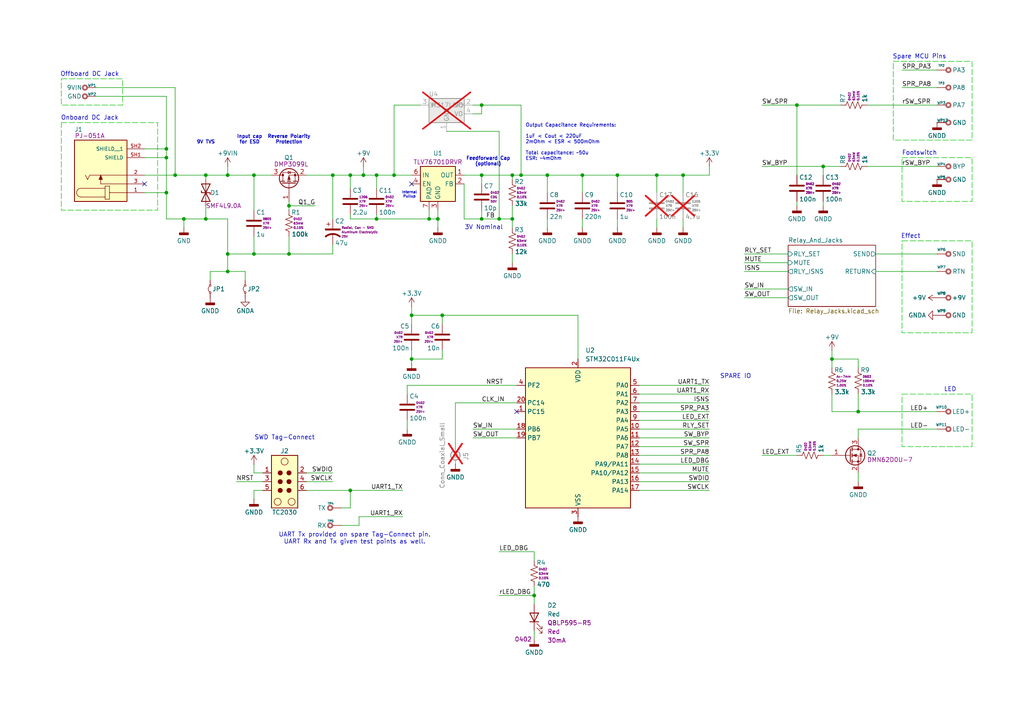
<source format=kicad_sch>
(kicad_sch (version 20250114) (generator "eeschema") (generator_version "9.0")
  (paper "A4")
  (rectangle (start 261.62 114.3) (end 281.94 129.54) (stroke (width 0) (type dash) (color 0 194 0 1)))
  (rectangle (start 17.78 22.86) (end 35.56 30.48) (stroke (width 0) (type dash) (color 0 194 0 1)))
  (rectangle (start 259.08 17.78) (end 281.94 40.64) (stroke (width 0) (type dash) (color 0 194 0 1)))
  (rectangle (start 261.62 69.85) (end 281.94 96.52) (stroke (width 0) (type dash) (color 0 194 0 1)))
  (rectangle (start 261.62 45.72) (end 281.94 58.42) (stroke (width 0) (type dash) (color 0 194 0 1)))
  (rectangle (start 17.78 35.56) (end 45.72 60.96) (stroke (width 0) (type dash) (color 0 194 0 1)))
  (text "Input cap\nfor ESD" (at 72.39 41.91 0) (effects (font (size 1 1) (thickness 0.2) (bold yes)) (justify bottom)))
  (text "SWD Tag-Connect" (at 82.55 127 0) (effects (font (size 1.27 1.27))))
  (text "Spare MCU Pins" (at 266.7 16.51 0) (effects (font (size 1.27 1.27))))
  (text "Effect" (at 264.16 68.58 0) (effects (font (size 1.27 1.27))))
  (text "9V TVS" (at 59.69 41.91 0) (effects (font (size 1 1) (thickness 0.2) (bold yes)) (justify bottom)))
  (text "Reverse Polarity\nProtection" (at 83.82 41.91 0) (effects (font (size 1 1) (thickness 0.2) (bold yes)) (justify bottom)))
  (text "3V Nominal" (at 140.335 66.04 0) (effects (font (size 1.27 1.27))))
  (text "Output Capacitance Requirements:\n\n1uF < Cout < 220uF\n2mOhm < ESR < 500mOhm\n\nTotal capacitance: ~50u\nESR: ~4mOhm" (at 152.4 41.275 0) (effects (font (size 1 1)) (justify left)))
  (text "LED" (at 275.59 113.03 0) (effects (font (size 1.27 1.27))))
  (text "Footswitch" (at 266.7 44.45 0) (effects (font (size 1.27 1.27))))
  (text "Feedforward Cap\n(optional)" (at 141.605 48.26 0) (effects (font (size 1 1) (thickness 0.2) (bold yes)) (justify bottom)))
  (text "SPARE IO" (at 213.36 109.22 0) (effects (font (size 1.27 1.27))))
  (text "Onboard DC Jack" (at 26.035 34.29 0) (effects (font (size 1.27 1.27))))
  (text "Internal\nPullup" (at 118.745 56.515 0) (effects (font (size 0.75 0.75))))
  (text "UART Tx provided on spare Tag-Connect pin.\nUART Rx and Tx given test points as well." (at 102.87 156.21 0) (effects (font (size 1.27 1.27))))
  (text "Offboard DC Jack" (at 26.035 21.59 0) (effects (font (size 1.27 1.27))))
  (junction (at 66.04 73.66))
  (junction (at 127 63.5))
  (junction (at 119.38 104.14))
  (junction (at 101.6 50.8))
  (junction (at 158.75 50.8))
  (junction (at 179.07 50.8))
  (junction (at 66.04 50.8))
  (junction (at 248.92 119.38))
  (junction (at 148.59 63.5))
  (junction (at 59.69 63.5))
  (junction (at 96.52 50.8))
  (junction (at 114.3 50.8))
  (junction (at 168.91 50.8))
  (junction (at 154.94 172.72))
  (junction (at 59.69 50.8))
  (junction (at 73.66 50.8))
  (junction (at 128.27 91.44))
  (junction (at 148.59 50.8))
  (junction (at 144.78 63.5))
  (junction (at 53.34 63.5))
  (junction (at 83.82 59.69))
  (junction (at 190.5 50.8))
  (junction (at 73.66 73.66))
  (junction (at 50.8 50.8))
  (junction (at 151.13 50.8))
  (junction (at 83.82 73.66))
  (junction (at 231.14 30.48))
  (junction (at 109.22 63.5))
  (junction (at 105.41 50.8))
  (junction (at 101.6 142.24))
  (junction (at 119.38 91.44))
  (junction (at 139.7 30.48))
  (junction (at 238.76 48.26))
  (junction (at 48.26 43.18))
  (junction (at 241.3 104.14))
  (junction (at 139.7 50.8))
  (junction (at 48.26 45.72))
  (junction (at 198.12 50.8))
  (junction (at 66.04 78.74))
  (junction (at 124.46 63.5))
  (junction (at 139.7 63.5))
  (junction (at 48.26 55.88))
  (junction (at 109.22 50.8))
  (no_connect (at 149.86 119.38))
  (no_connect (at 119.38 53.34))
  (no_connect (at 41.91 53.34))
  (wire (pts (xy 59.69 63.5) (xy 66.04 63.5)))
  (wire (pts (xy 105.41 50.8) (xy 109.22 50.8)))
  (wire (pts (xy 59.69 52.07) (xy 59.69 50.8)))
  (wire (pts (xy 254 78.74) (xy 271.78 78.74)))
  (wire (pts (xy 148.59 73.66) (xy 148.59 76.2)))
  (wire (pts (xy 139.7 50.8) (xy 139.7 53.34)))
  (wire (pts (xy 241.3 119.38) (xy 248.92 119.38)))
  (wire (pts (xy 48.26 63.5) (xy 53.34 63.5)))
  (wire (pts (xy 129.54 38.1) (xy 144.78 38.1)))
  (wire (pts (xy 139.7 50.8) (xy 148.59 50.8)))
  (wire (pts (xy 238.76 48.26) (xy 243.84 48.26)))
  (wire (pts (xy 128.27 104.14) (xy 119.38 104.14)))
  (wire (pts (xy 27.94 25.4) (xy 50.8 25.4)))
  (wire (pts (xy 185.42 121.92) (xy 205.74 121.92)))
  (wire (pts (xy 41.91 43.18) (xy 48.26 43.18)))
  (wire (pts (xy 73.66 50.8) (xy 78.74 50.8)))
  (wire (pts (xy 241.3 104.14) (xy 241.3 106.68)))
  (wire (pts (xy 101.6 147.32) (xy 101.6 142.24)))
  (wire (pts (xy 158.75 50.8) (xy 158.75 55.88)))
  (wire (pts (xy 261.62 20.32) (xy 271.78 20.32)))
  (wire (pts (xy 128.27 91.44) (xy 167.64 91.44)))
  (wire (pts (xy 66.04 73.66) (xy 73.66 73.66)))
  (wire (pts (xy 215.9 76.2) (xy 228.6 76.2)))
  (wire (pts (xy 48.26 63.5) (xy 48.26 55.88)))
  (wire (pts (xy 220.98 30.48) (xy 231.14 30.48)))
  (wire (pts (xy 41.91 50.8) (xy 50.8 50.8)))
  (wire (pts (xy 127 66.04) (xy 127 63.5)))
  (wire (pts (xy 231.14 30.48) (xy 243.84 30.48)))
  (wire (pts (xy 50.8 50.8) (xy 59.69 50.8)))
  (wire (pts (xy 154.94 182.88) (xy 154.94 185.42)))
  (wire (pts (xy 53.34 63.5) (xy 53.34 66.04)))
  (wire (pts (xy 109.22 62.23) (xy 109.22 63.5)))
  (wire (pts (xy 137.16 33.02) (xy 139.7 33.02)))
  (wire (pts (xy 168.91 55.88) (xy 168.91 50.8)))
  (wire (pts (xy 144.78 172.72) (xy 154.94 172.72)))
  (wire (pts (xy 118.11 111.76) (xy 149.86 111.76)))
  (wire (pts (xy 238.76 132.08) (xy 241.3 132.08)))
  (wire (pts (xy 151.13 50.8) (xy 158.75 50.8)))
  (wire (pts (xy 215.9 86.36) (xy 228.6 86.36)))
  (wire (pts (xy 198.12 63.5) (xy 198.12 66.04)))
  (wire (pts (xy 248.92 124.46) (xy 248.92 127)))
  (wire (pts (xy 248.92 124.46) (xy 271.78 124.46)))
  (wire (pts (xy 190.5 63.5) (xy 190.5 66.04)))
  (wire (pts (xy 119.38 91.44) (xy 128.27 91.44)))
  (wire (pts (xy 60.96 78.74) (xy 66.04 78.74)))
  (wire (pts (xy 41.91 45.72) (xy 48.26 45.72)))
  (wire (pts (xy 179.07 50.8) (xy 190.5 50.8)))
  (wire (pts (xy 220.98 132.08) (xy 231.14 132.08)))
  (wire (pts (xy 241.3 101.6) (xy 241.3 104.14)))
  (wire (pts (xy 73.66 60.96) (xy 73.66 50.8)))
  (wire (pts (xy 248.92 106.68) (xy 248.92 104.14)))
  (wire (pts (xy 60.96 81.28) (xy 60.96 78.74)))
  (wire (pts (xy 168.91 63.5) (xy 168.91 66.04)))
  (wire (pts (xy 185.42 132.08) (xy 205.74 132.08)))
  (wire (pts (xy 248.92 119.38) (xy 271.78 119.38)))
  (wire (pts (xy 215.9 73.66) (xy 228.6 73.66)))
  (wire (pts (xy 59.69 59.69) (xy 59.69 63.5)))
  (wire (pts (xy 215.9 83.82) (xy 228.6 83.82)))
  (wire (pts (xy 215.9 78.74) (xy 228.6 78.74)))
  (wire (pts (xy 48.26 43.18) (xy 48.26 45.72)))
  (wire (pts (xy 104.14 152.4) (xy 99.06 152.4)))
  (wire (pts (xy 185.42 124.46) (xy 205.74 124.46)))
  (wire (pts (xy 248.92 114.3) (xy 248.92 119.38)))
  (wire (pts (xy 148.59 63.5) (xy 148.59 66.04)))
  (wire (pts (xy 248.92 104.14) (xy 241.3 104.14)))
  (wire (pts (xy 185.42 134.62) (xy 205.74 134.62)))
  (wire (pts (xy 185.42 142.24) (xy 205.74 142.24)))
  (wire (pts (xy 154.94 172.72) (xy 154.94 170.18)))
  (wire (pts (xy 88.9 50.8) (xy 96.52 50.8)))
  (wire (pts (xy 119.38 104.14) (xy 119.38 105.41)))
  (wire (pts (xy 118.11 121.92) (xy 118.11 124.46)))
  (wire (pts (xy 66.04 63.5) (xy 66.04 73.66)))
  (wire (pts (xy 185.42 127) (xy 205.74 127)))
  (wire (pts (xy 185.42 139.7) (xy 205.74 139.7)))
  (wire (pts (xy 101.6 63.5) (xy 109.22 63.5)))
  (wire (pts (xy 83.82 58.42) (xy 83.82 59.69)))
  (wire (pts (xy 134.62 63.5) (xy 139.7 63.5)))
  (wire (pts (xy 121.92 30.48) (xy 114.3 30.48)))
  (wire (pts (xy 179.07 50.8) (xy 168.91 50.8)))
  (wire (pts (xy 109.22 50.8) (xy 109.22 54.61)))
  (wire (pts (xy 128.27 101.6) (xy 128.27 104.14)))
  (wire (pts (xy 167.64 91.44) (xy 167.64 104.14)))
  (wire (pts (xy 137.16 124.46) (xy 149.86 124.46)))
  (wire (pts (xy 205.74 50.8) (xy 205.74 48.26)))
  (wire (pts (xy 185.42 114.3) (xy 205.74 114.3)))
  (wire (pts (xy 105.41 48.26) (xy 105.41 50.8)))
  (wire (pts (xy 73.66 134.62) (xy 73.66 137.16)))
  (wire (pts (xy 101.6 50.8) (xy 101.6 54.61)))
  (wire (pts (xy 144.78 63.5) (xy 148.59 63.5)))
  (wire (pts (xy 179.07 55.88) (xy 179.07 50.8)))
  (wire (pts (xy 134.62 50.8) (xy 139.7 50.8)))
  (wire (pts (xy 185.42 111.76) (xy 205.74 111.76)))
  (wire (pts (xy 96.52 71.12) (xy 96.52 73.66)))
  (wire (pts (xy 73.66 144.78) (xy 73.66 142.24)))
  (wire (pts (xy 137.16 30.48) (xy 139.7 30.48)))
  (wire (pts (xy 73.66 68.58) (xy 73.66 73.66)))
  (wire (pts (xy 185.42 116.84) (xy 205.74 116.84)))
  (wire (pts (xy 238.76 50.8) (xy 238.76 48.26)))
  (wire (pts (xy 66.04 78.74) (xy 71.12 78.74)))
  (wire (pts (xy 144.78 160.02) (xy 154.94 160.02)))
  (wire (pts (xy 190.5 50.8) (xy 198.12 50.8)))
  (wire (pts (xy 88.9 137.16) (xy 96.52 137.16)))
  (wire (pts (xy 124.46 60.96) (xy 124.46 63.5)))
  (wire (pts (xy 132.08 129.54) (xy 132.08 116.84)))
  (wire (pts (xy 154.94 160.02) (xy 154.94 162.56)))
  (wire (pts (xy 101.6 142.24) (xy 116.84 142.24)))
  (wire (pts (xy 251.46 48.26) (xy 271.78 48.26)))
  (wire (pts (xy 48.26 45.72) (xy 48.26 55.88)))
  (wire (pts (xy 119.38 101.6) (xy 119.38 104.14)))
  (wire (pts (xy 139.7 33.02) (xy 139.7 30.48)))
  (wire (pts (xy 198.12 50.8) (xy 205.74 50.8)))
  (wire (pts (xy 116.84 149.86) (xy 104.14 149.86)))
  (wire (pts (xy 119.38 88.9) (xy 119.38 91.44)))
  (wire (pts (xy 251.46 30.48) (xy 271.78 30.48)))
  (wire (pts (xy 124.46 63.5) (xy 127 63.5)))
  (wire (pts (xy 154.94 172.72) (xy 154.94 175.26)))
  (wire (pts (xy 88.9 139.7) (xy 96.52 139.7)))
  (wire (pts (xy 185.42 137.16) (xy 205.74 137.16)))
  (wire (pts (xy 127 60.96) (xy 127 63.5)))
  (wire (pts (xy 254 73.66) (xy 271.78 73.66)))
  (wire (pts (xy 83.82 73.66) (xy 96.52 73.66)))
  (wire (pts (xy 101.6 50.8) (xy 105.41 50.8)))
  (wire (pts (xy 96.52 50.8) (xy 101.6 50.8)))
  (wire (pts (xy 27.94 27.94) (xy 48.26 27.94)))
  (wire (pts (xy 190.5 50.8) (xy 190.5 55.88)))
  (wire (pts (xy 137.16 127) (xy 149.86 127)))
  (wire (pts (xy 41.91 55.88) (xy 48.26 55.88)))
  (wire (pts (xy 83.82 59.69) (xy 83.82 60.96)))
  (wire (pts (xy 158.75 63.5) (xy 158.75 66.04)))
  (wire (pts (xy 241.3 114.3) (xy 241.3 119.38)))
  (wire (pts (xy 114.3 50.8) (xy 119.38 50.8)))
  (wire (pts (xy 96.52 50.8) (xy 96.52 63.5)))
  (wire (pts (xy 66.04 48.26) (xy 66.04 50.8)))
  (wire (pts (xy 185.42 129.54) (xy 205.74 129.54)))
  (wire (pts (xy 66.04 73.66) (xy 66.04 78.74)))
  (wire (pts (xy 148.59 50.8) (xy 148.59 52.07)))
  (wire (pts (xy 104.14 149.86) (xy 104.14 152.4)))
  (wire (pts (xy 128.27 91.44) (xy 128.27 93.98)))
  (wire (pts (xy 231.14 58.42) (xy 231.14 59.69)))
  (wire (pts (xy 71.12 78.74) (xy 71.12 81.28)))
  (wire (pts (xy 73.66 137.16) (xy 76.2 137.16)))
  (wire (pts (xy 68.58 139.7) (xy 76.2 139.7)))
  (wire (pts (xy 248.92 137.16) (xy 248.92 139.7)))
  (wire (pts (xy 59.69 50.8) (xy 66.04 50.8)))
  (wire (pts (xy 99.06 147.32) (xy 101.6 147.32)))
  (wire (pts (xy 134.62 53.34) (xy 134.62 63.5)))
  (wire (pts (xy 50.8 25.4) (xy 50.8 50.8)))
  (wire (pts (xy 73.66 142.24) (xy 76.2 142.24)))
  (wire (pts (xy 144.78 38.1) (xy 144.78 63.5)))
  (wire (pts (xy 238.76 58.42) (xy 238.76 59.69)))
  (wire (pts (xy 198.12 50.8) (xy 198.12 55.88)))
  (wire (pts (xy 151.13 30.48) (xy 151.13 50.8)))
  (wire (pts (xy 88.9 142.24) (xy 101.6 142.24)))
  (wire (pts (xy 158.75 50.8) (xy 168.91 50.8)))
  (wire (pts (xy 148.59 59.69) (xy 148.59 63.5)))
  (wire (pts (xy 148.59 50.8) (xy 151.13 50.8)))
  (wire (pts (xy 66.04 50.8) (xy 73.66 50.8)))
  (wire (pts (xy 101.6 62.23) (xy 101.6 63.5)))
  (wire (pts (xy 261.62 25.4) (xy 271.78 25.4)))
  (wire (pts (xy 179.07 63.5) (xy 179.07 66.04)))
  (wire (pts (xy 185.42 119.38) (xy 205.74 119.38)))
  (wire (pts (xy 118.11 114.3) (xy 118.11 111.76)))
  (wire (pts (xy 109.22 50.8) (xy 114.3 50.8)))
  (wire (pts (xy 220.98 48.26) (xy 238.76 48.26)))
  (wire (pts (xy 53.34 63.5) (xy 59.69 63.5)))
  (wire (pts (xy 139.7 30.48) (xy 151.13 30.48)))
  (wire (pts (xy 48.26 27.94) (xy 48.26 43.18)))
  (wire (pts (xy 139.7 63.5) (xy 144.78 63.5)))
  (wire (pts (xy 132.08 116.84) (xy 149.86 116.84)))
  (wire (pts (xy 231.14 30.48) (xy 231.14 50.8)))
  (wire (pts (xy 83.82 59.69) (xy 91.44 59.69)))
  (wire (pts (xy 83.82 68.58) (xy 83.82 73.66)))
  (wire (pts (xy 73.66 73.66) (xy 83.82 73.66)))
  (wire (pts (xy 109.22 63.5) (xy 124.46 63.5)))
  (wire (pts (xy 139.7 60.96) (xy 139.7 63.5)))
  (wire (pts (xy 114.3 30.48) (xy 114.3 50.8)))
  (wire (pts (xy 119.38 93.98) (xy 119.38 91.44)))
  (label "SWCLK" (at 205.74 142.24 180))
  (label "SWCLK" (at 96.52 139.7 180))
  (label "Q1_G" (at 91.44 59.69 180))
  (label "MUTE" (at 215.9 76.2 0))
  (label "UART1_TX" (at 116.84 142.24 180))
  (label "LED_DBG" (at 144.78 160.02 0))
  (label "LED_EXT" (at 205.74 121.92 180))
  (label "RLY_SET" (at 205.74 124.46 180))
  (label "SW_SPR" (at 220.98 30.48 0))
  (label "SWDIO" (at 96.52 137.16 180))
  (label "CLK_IN" (at 139.7 116.84 0))
  (label "SW_SPR" (at 205.74 129.54 180))
  (label "LED_EXT" (at 220.98 132.08 0))
  (label "SW_OUT" (at 137.16 127 0))
  (label "SW_BYP" (at 220.98 48.26 0))
  (label "SW_BYP" (at 205.74 127 180))
  (label "UART1_RX" (at 116.84 149.86 180))
  (label "NRST" (at 140.97 111.76 0))
  (label "SPR_PA8" (at 205.74 132.08 180))
  (label "UART1_TX" (at 205.74 111.76 180))
  (label "SPR_PA8" (at 261.62 25.4 0))
  (label "LED-" (at 269.24 124.46 180))
  (label "rSW_SPR" (at 261.62 30.48 0))
  (label "SW_IN" (at 137.16 124.46 0))
  (label "ISNS" (at 205.74 116.84 180))
  (label "rLED_DBG" (at 144.78 172.72 0))
  (label "SWDIO" (at 205.74 139.7 180))
  (label "SW_IN" (at 215.9 83.82 0))
  (label "FB" (at 140.97 63.5 0))
  (label "RLY_SET" (at 215.9 73.66 0))
  (label "LED_DBG" (at 205.74 134.62 180))
  (label "NRST" (at 68.58 139.7 0))
  (label "SPR_PA3" (at 261.62 20.32 0))
  (label "rSW_BYP" (at 261.62 48.26 0))
  (label "SPR_PA3" (at 205.74 119.38 180))
  (label "ISNS" (at 215.9 78.74 0))
  (label "UART1_RX" (at 205.74 114.3 180))
  (label "MUTE" (at 205.74 137.16 180))
  (label "SW_OUT" (at 215.9 86.36 0))
  (label "LED+" (at 269.24 119.38 180))
  (symbol (lib_id "#gplm:art/ART-1001-0P95") (at 271.78 48.26 270) (unit 1) (in_bom no)
    (property "Reference" "WP4" (at 271.78 47.625 90) (effects (font (size 0.762 0.762)) (justify left)))
    (property "Value" "BYP" (at 276.225 48.26 90) (effects (justify left)))
    (property "Footprint" "g-art:WirePad_H0.95mm_22-24AWG" (effects (hide yes)))
    (property "Description" "Wire pad, TH, 0.95mm hole, for 22-24AWG" (effects (hide yes)))
    (property "IPN" "ART-1001-0P95" (effects (hide yes)))
  )
  (symbol (lib_id "#gplm:fet/XTR-1003-0001") (at 246.38 132.08 0) (unit 1)
    (property "Reference" "Q2" (at 251.46 131.445 0) (effects (justify left)))
    (property "Value" "DMN62D0U-7" (effects (hide yes)))
    (property "Footprint" "Package_TO_SOT_SMD:SOT-23" (effects (hide yes)))
    (property "Datasheet" "https://www.diodes.com/assets/Datasheets/DMN62D0U.pdf" (effects (hide yes)))
    (property "Description" "MOSFET N-CH 60V/±20V 0.38A 2Ω 1.0Vth 0.5nC 32pF SOT-23" (effects (hide yes)))
    (property "IPN" "XTR-1003-0001" (effects (hide yes)))
    (property "Manufacturer" "Diodes" (effects (hide yes)))
    (property "MPN" "DMN62D0U-7" (at 251.46 133.35 0) (effects (justify left)))
  )
  (symbol (lib_id "#gplm:cap/CAP-4105-001U") (at 73.66 64.77 0) (unit 1)
    (property "Reference" "C1" (at 74.295 61.595 0) (effects (justify left)))
    (property "Value" "1u" (at 74.295 67.945 0) (effects (justify left)))
    (property "Footprint" "Capacitor_SMD:C_0805_2012Metric" (effects (hide yes)))
    (property "Datasheet" "https://content.kemet.com/datasheets/KEM_C1002_X7R_SMD.pdf" (effects (hide yes)))
    (property "Description" "CAP SMD 1uF 0805 25V+ X7R" (effects (hide yes)))
    (property "IPN" "CAP-4105-001U" (effects (hide yes)))
    (property "Manufacturer" "Kemet" (effects (hide yes)))
    (property "MPN" "C0805C105K3RACTU" (effects (hide yes)))
    (property "Capacitance" "1u" (effects (hide yes)))
    (property "Voltage" "25V+" (at 76.2 66.04 0) (effects (font (size 0.635 0.635)) (justify left)))
    (property "Material" "X7R" (at 76.2 64.77 0) (effects (font (size 0.635 0.635)) (justify left)))
    (property "Tolerance" "10%" (effects (hide yes)))
    (property "Package/Case" "0805" (at 76.2 63.5 0) (effects (font (size 0.635 0.635)) (justify left)))
  )
  (symbol (lib_id "#gplm:art/ART-1001-0P95") (at 271.78 119.38 270) (mirror x) (unit 1) (in_bom no)
    (property "Reference" "WP10" (at 273.05 118.11 90) (effects (font (size 0.762 0.762))))
    (property "Value" "LED+" (at 278.765 119.38 90))
    (property "Footprint" "g-art:WirePad_H0.95mm_22-24AWG" (effects (hide yes)))
    (property "Description" "Wire pad, TH, 0.95mm hole, for 22-24AWG" (effects (hide yes)))
    (property "IPN" "ART-1001-0P95" (effects (hide yes)))
  )
  (symbol (lib_id "#gplm:res/RES-2002-470R") (at 154.94 166.37 0) (unit 1)
    (property "Reference" "R4" (at 155.575 163.195 0) (effects (justify left)))
    (property "Value" "470" (at 155.575 169.545 0) (effects (font (thickness 0.254) (bold yes)) (justify left)))
    (property "Footprint" "Resistor_SMD:R_0402_1005Metric" (effects (hide yes)))
    (property "Datasheet" "https://www.yageo.com/upload/media/product/app/datasheet/rchip/pyu-rt_1-to-0.01_rohs_l.pdf" (effects (hide yes)))
    (property "Description" "RES SMD 0402 470 OHM 63mW Thin Film" (effects (hide yes)))
    (property "IPN" "RES-2002-470R" (effects (hide yes)))
    (property "Manufacturer" "Yageo" (effects (hide yes)))
    (property "MPN" "RT0402BRD07470RL" (effects (hide yes)))
    (property "Resistance" "470" (effects (hide yes)))
    (property "Power" "63mW" (at 156.21 166.37 0) (effects (font (size 0.635 0.635)) (justify left)))
    (property "Tolerance" "0.10%" (at 156.21 167.64 0) (effects (font (size 0.635 0.635)) (justify left)))
    (property "Package/Case" "0402" (at 156.21 165.1 0) (effects (font (size 0.635 0.635)) (justify left)))
    (property "Voltage" "50V" (effects (hide yes)))
    (property "Composition" "Thin Film" (effects (hide yes)))
    (property "Temp Coefficient" "25ppm" (effects (hide yes)))
    (property "Height" "0.35mm" (effects (hide yes)))
  )
  (symbol (lib_id "power:+9V") (at 66.04 48.26 0) (unit 1)
    (property "Reference" "#PWR02" (effects (hide yes)))
    (property "Value" "+9VIN" (at 66.04 44.45 0))
    (property "Description" "Power symbol creates a global label with name \"+9V\"" (effects (hide yes)))
  )
  (symbol (lib_id "#gplm:art/ART-1000-2001") (at 71.12 83.82 90) (unit 1)
    (property "Reference" "JP2" (at 71.755 83.82 90) (effects (justify right)))
    (property "Value" "Jumper_2_Small_Bridged" (effects (hide yes)))
    (property "Footprint" "Jumper:SolderJumper-2_P1.3mm_Bridged2Bar_Pad1.0x1.5mm" (effects (hide yes)))
    (property "Description" "Jumper, Mini 1x1.5mm, 2 pin – Bridged 2 Bar" (effects (hide yes)))
    (property "IPN" "ART-1000-2001" (effects (hide yes)))
  )
  (symbol (lib_id "#gplm:cap/CAP-4103-010N") (at 128.27 97.79 0) (mirror y) (unit 1)
    (property "Reference" "C6" (at 127.635 94.615 0) (effects (justify left)))
    (property "Value" "10n" (at 127.635 100.965 0) (effects (justify left)))
    (property "Footprint" "Capacitor_SMD:C_0402_1005Metric" (effects (hide yes)))
    (property "Datasheet" "https://content.kemet.com/datasheets/KEM_C1002_X7R_SMD.pdf" (effects (hide yes)))
    (property "Description" "CAP SMD 10nF 0402 25V+ X7R" (effects (hide yes)))
    (property "Package/Case" "0402" (at 125.73 96.52 0) (effects (font (size 0.635 0.635)) (justify left)))
    (property "Voltage" "25V+" (at 125.73 99.06 0) (effects (font (size 0.635 0.635)) (justify left)))
    (property "Material" "X7R" (at 125.73 97.79 0) (effects (font (size 0.635 0.635)) (justify left)))
    (property "IPN" "CAP-4103-010N" (effects (hide yes)))
    (property "Manufacturer" "Kemet" (effects (hide yes)))
    (property "MPN" "C0402C103K3RACTU" (effects (hide yes)))
    (property "Capacitance" "10n" (effects (hide yes)))
    (property "Tolerance" "10%" (effects (hide yes)))
  )
  (symbol (lib_name "cap/CAP-4105-001U_1") (lib_id "#gplm:cap/CAP-4105-001U") (at 179.07 59.69 0) (unit 1)
    (property "Reference" "C10" (at 179.705 56.515 0) (effects (justify left)))
    (property "Value" "1u" (at 179.705 62.865 0) (effects (justify left)))
    (property "Footprint" "Capacitor_SMD:C_0805_2012Metric" (effects (hide yes)))
    (property "Datasheet" "https://content.kemet.com/datasheets/KEM_C1002_X7R_SMD.pdf" (effects (hide yes)))
    (property "Description" "CAP SMD 1uF 0805 25V+ X7R" (effects (hide yes)))
    (property "Package/Case" "805" (at 181.61 58.42 0) (effects (font (size 0.635 0.635)) (justify left)))
    (property "Voltage" "25V+" (at 181.61 60.96 0) (effects (font (size 0.635 0.635)) (justify left)))
    (property "Material" "X7R" (at 181.61 59.69 0) (effects (font (size 0.635 0.635)) (justify left)))
    (property "IPN" "CAP-4105-001U" (effects (hide yes)))
    (property "Manufacturer" "Kemet" (effects (hide yes)))
    (property "MPN" "C0805C105K3RACTU" (effects (hide yes)))
    (property "Capacitance" "1u" (effects (hide yes)))
    (property "Tolerance" "10%" (effects (hide yes)))
  )
  (symbol (lib_id "#gplm:res/RES-2002-012K") (at 148.59 69.85 0) (unit 1)
    (property "Reference" "R3" (at 149.225 66.675 0) (effects (justify left)))
    (property "Value" "12k" (at 149.225 73.025 0) (effects (font (thickness 0.254) (bold yes)) (justify left)))
    (property "Footprint" "Resistor_SMD:R_0402_1005Metric" (effects (hide yes)))
    (property "Datasheet" "https://www.yageo.com/upload/media/product/app/datasheet/rchip/pyu-rt_1-to-0.01_rohs_l.pdf" (effects (hide yes)))
    (property "Description" "RES SMD 0402 12 KOHM 63mW Thin Film" (effects (hide yes)))
    (property "Power" "63mW" (at 149.86 69.85 0) (effects (font (size 0.635 0.635)) (justify left)))
    (property "Tolerance" "0.10%" (at 149.86 71.12 0) (effects (font (size 0.635 0.635)) (justify left)))
    (property "Package/Case" "0402" (at 149.86 68.58 0) (effects (font (size 0.635 0.635)) (justify left)))
    (property "IPN" "RES-2002-012K" (effects (hide yes)))
    (property "Manufacturer" "Yageo" (effects (hide yes)))
    (property "MPN" "RT0402BRD0712KL" (effects (hide yes)))
    (property "Resistance" "12k" (effects (hide yes)))
    (property "Voltage" "50V" (effects (hide yes)))
    (property "Composition" "Thin Film" (effects (hide yes)))
    (property "Temp Coefficient" "25ppm" (effects (hide yes)))
    (property "Height" "0.35mm" (effects (hide yes)))
  )
  (symbol (lib_id "#gplm:art/ART-0000-N102") (at 99.06 147.32 90) (unit 1) (exclude_from_sim yes) (in_bom no)
    (property "Reference" "TP4" (at 95.885 146.05 90) (effects (font (size 0.635 0.635))))
    (property "Value" "TX" (at 93.345 147.32 90))
    (property "Footprint" "g-art:TestPoint_PTH_H1.02mm_NoOutline" (effects (hide yes)))
    (property "Description" "PTH Test Point, 1.02mm hole, without silkscreen" (effects (hide yes)))
    (property "IPN" "ART-0000-N102" (effects (hide yes)))
    (property "Comments" "For probing or test point installation, e.g. 4614, 4582, 3450" (effects (hide yes)))
  )
  (symbol (lib_id "power:GNDD") (at 60.96 86.36 0) (unit 1)
    (property "Reference" "#PWR03" (effects (hide yes)))
    (property "Value" "GNDD" (at 60.96 90.17 0))
    (property "Description" "Power symbol creates a global label with name \"GNDD\" , digital ground" (effects (hide yes)))
  )
  (symbol (lib_id "power:+9V") (at 73.66 134.62 0) (unit 1)
    (property "Reference" "#PWR06" (effects (hide yes)))
    (property "Value" "+3.3V" (at 73.66 130.81 0))
    (property "Description" "Power symbol creates a global label with name \"+9V\"" (effects (hide yes)))
  )
  (symbol (lib_id "power:GNDD") (at 148.59 76.2 0) (unit 1)
    (property "Reference" "#PWR012" (effects (hide yes)))
    (property "Value" "GNDD" (at 148.59 80.01 0))
    (property "Description" "Power symbol creates a global label with name \"GNDD\" , digital ground" (effects (hide yes)))
  )
  (symbol (lib_id "power:GNDD") (at 132.08 134.62 0) (unit 1)
    (property "Reference" "#PWR038" (effects (hide yes)))
    (property "Value" "GNDD" (at 132.08 138.43 0))
    (property "Description" "Power symbol creates a global label with name \"GNDD\" , digital ground" (effects (hide yes)))
  )
  (symbol (lib_id "power:+9V") (at 105.41 48.26 0) (unit 1)
    (property "Reference" "#PWR05" (effects (hide yes)))
    (property "Value" "+9V" (at 105.41 44.45 0))
    (property "Description" "Power symbol creates a global label with name \"+9V\"" (effects (hide yes)))
  )
  (symbol (lib_id "power:GNDD") (at 158.75 66.04 0) (unit 1)
    (property "Reference" "#PWR014" (effects (hide yes)))
    (property "Value" "GNDD" (at 158.75 69.85 0))
    (property "Description" "Power symbol creates a global label with name \"GNDD\" , digital ground" (effects (hide yes)))
  )
  (symbol (lib_id "power:GNDD") (at 154.94 185.42 0) (unit 1)
    (property "Reference" "#PWR013" (effects (hide yes)))
    (property "Value" "GNDD" (at 154.94 189.23 0))
    (property "Description" "Power symbol creates a global label with name \"GNDD\" , digital ground" (effects (hide yes)))
  )
  (symbol (lib_id "#gplm:res/RES-2002-001K") (at 234.95 132.08 90) (unit 1)
    (property "Reference" "R5" (at 231.775 131.445 0) (effects (justify left)))
    (property "Value" "1k" (at 238.125 131.445 0) (effects (font (thickness 0.254) (bold yes)) (justify left)))
    (property "Footprint" "Resistor_SMD:R_0402_1005Metric" (effects (hide yes)))
    (property "Datasheet" "https://www.yageo.com/upload/media/product/app/datasheet/rchip/pyu-rt_1-to-0.01_rohs_l.pdf" (effects (hide yes)))
    (property "Description" "RES SMD 0402 1 KOHM 63mW Thin Film" (effects (hide yes)))
    (property "IPN" "RES-2002-001K" (effects (hide yes)))
    (property "Manufacturer" "Yageo" (effects (hide yes)))
    (property "MPN" "RT0402BRD071KL" (effects (hide yes)))
    (property "Resistance" "1k" (effects (hide yes)))
    (property "Power" "63mW" (at 234.95 130.81 0) (effects (font (size 0.635 0.635)) (justify left)))
    (property "Tolerance" "0.10%" (at 236.22 130.81 0) (effects (font (size 0.635 0.635)) (justify left)))
    (property "Package/Case" "0402" (at 233.68 130.81 0) (effects (font (size 0.635 0.635)) (justify left)))
    (property "Voltage" "50V" (effects (hide yes)))
    (property "Composition" "Thin Film" (effects (hide yes)))
    (property "Temp Coefficient" "25ppm" (effects (hide yes)))
    (property "Height" "0.35mm" (effects (hide yes)))
  )
  (symbol (lib_id "power:GNDD") (at 53.34 66.04 0) (unit 1)
    (property "Reference" "#PWR01" (effects (hide yes)))
    (property "Value" "GND" (at 53.34 69.85 0))
    (property "Description" "Power symbol creates a global label with name \"GNDD\" , digital ground" (effects (hide yes)))
  )
  (symbol (lib_id "#gplm:cap/CAP-4103-100N") (at 238.76 54.61 0) (unit 1)
    (property "Reference" "C13" (at 239.395 51.435 0) (effects (justify left)))
    (property "Value" "100n" (at 239.395 57.785 0) (effects (justify left)))
    (property "Footprint" "Capacitor_SMD:C_0402_1005Metric" (effects (hide yes)))
    (property "Datasheet" "https://content.kemet.com/datasheets/KEM_C1002_X7R_SMD.pdf" (effects (hide yes)))
    (property "Description" "CAP SMD 100nF 0402 25V+ X7R" (effects (hide yes)))
    (property "IPN" "CAP-4103-100N" (effects (hide yes)))
    (property "Manufacturer" "Kemet" (effects (hide yes)))
    (property "MPN" "C0402C104K3RACTU" (effects (hide yes)))
    (property "Capacitance" "100n" (effects (hide yes)))
    (property "Voltage" "25V+" (at 241.3 55.88 0) (effects (font (size 0.635 0.635)) (justify left)))
    (property "Material" "X7R" (at 241.3 54.61 0) (effects (font (size 0.635 0.635)) (justify left)))
    (property "Tolerance" "10%" (effects (hide yes)))
    (property "Package/Case" "0402" (at 241.3 53.34 0) (effects (font (size 0.635 0.635)) (justify left)))
  )
  (symbol (lib_id "#gplm:art/ART-1001-0P95") (at 271.78 30.48 270) (unit 1) (in_bom no)
    (property "Reference" "WP3" (at 271.78 29.845 90) (effects (font (size 0.762 0.762)) (justify left)))
    (property "Value" "PA7" (at 276.225 30.48 90) (effects (justify left)))
    (property "Footprint" "g-art:WirePad_H0.95mm_22-24AWG" (effects (hide yes)))
    (property "Description" "Wire pad, TH, 0.95mm hole, for 22-24AWG" (effects (hide yes)))
    (property "IPN" "ART-1001-0P95" (effects (hide yes)))
  )
  (symbol (lib_id "#gplm:art/ART-0000-N102") (at 271.78 20.32 270) (mirror x) (unit 1) (in_bom no)
    (property "Reference" "TP2" (at 273.05 19.05 90) (effects (font (size 0.635 0.635))))
    (property "Value" "PA3" (at 278.13 20.32 90))
    (property "Footprint" "g-art:TestPoint_PTH_H1.02mm_NoOutline" (effects (hide yes)))
    (property "Description" "PTH Test Point, 1.02mm hole, without silkscreen" (effects (hide yes)))
    (property "IPN" "ART-0000-N102" (effects (hide yes)))
    (property "Comments" "For probing or test point installation, e.g. 4614, 4582, 3450" (effects (hide yes)))
  )
  (symbol (lib_id "#gplm:tvs/TVS-1001-09B0") (at 59.69 55.88 270) (unit 1)
    (property "Reference" "D1" (at 60.96 55.88 90) (effects (justify left)))
    (property "Value" "SMF4L9.0A" (effects (hide yes)))
    (property "Footprint" "Diode_SMD:D_SOD-123F" (effects (hide yes)))
    (property "Datasheet" "https://www.littelfuse.com/assetdocs/tvs-diodes-smf4l-datasheet?assetguid=d2ba8fab-1de3-4176-8530-f36ecb0b8799" (effects (hide yes)))
    (property "Description" "TVS DIODE 9VWM 15.4VC SOD123F" (effects (hide yes)))
    (property "IPN" "TVS-1001-09B0" (effects (hide yes)))
    (property "Manufacturer" "Littelfuse Inc." (effects (hide yes)))
    (property "MPN" "SMF4L9.0A" (at 59.69 59.69 90) (effects (justify left)))
  )
  (symbol (lib_id "#gplm:art/ART-1001-0P95") (at 27.94 27.94 90) (unit 1) (in_bom no)
    (property "Reference" "WP2" (at 26.67 27.305 90) (effects (font (size 0.762 0.762))))
    (property "Value" "GND" (at 21.59 27.94 90))
    (property "Footprint" "g-art:WirePad_H0.95mm_22-24AWG" (effects (hide yes)))
    (property "Description" "Wire pad, TH, 0.95mm hole, for 22-24AWG" (effects (hide yes)))
    (property "IPN" "ART-1001-0P95" (effects (hide yes)))
  )
  (symbol (lib_id "#gplm:cap/CAP-4103-100N") (at 118.11 118.11 0) (unit 1)
    (property "Reference" "C4" (at 118.745 114.935 0) (effects (justify left)))
    (property "Value" "100n" (at 118.745 121.285 0) (effects (justify left)))
    (property "Footprint" "Capacitor_SMD:C_0402_1005Metric" (effects (hide yes)))
    (property "Datasheet" "https://content.kemet.com/datasheets/KEM_C1002_X7R_SMD.pdf" (effects (hide yes)))
    (property "Description" "CAP SMD 100nF 0402 25V+ X7R" (effects (hide yes)))
    (property "IPN" "CAP-4103-100N" (effects (hide yes)))
    (property "Manufacturer" "Kemet" (effects (hide yes)))
    (property "MPN" "C0402C104K3RACTU" (effects (hide yes)))
    (property "Capacitance" "100n" (effects (hide yes)))
    (property "Voltage" "25V+" (at 120.65 119.38 0) (effects (font (size 0.635 0.635)) (justify left)))
    (property "Material" "X7R" (at 120.65 118.11 0) (effects (font (size 0.635 0.635)) (justify left)))
    (property "Tolerance" "10%" (effects (hide yes)))
    (property "Package/Case" "0402" (at 120.65 116.84 0) (effects (font (size 0.635 0.635)) (justify left)))
  )
  (symbol (lib_id "#gplm:res/RES-2001-03K3") (at 248.92 110.49 0) (unit 1)
    (property "Reference" "R9" (at 249.555 107.315 0) (effects (justify left)))
    (property "Value" "3.3k" (at 249.555 113.665 0) (effects (font (thickness 0.254) (bold yes)) (justify left)))
    (property "Footprint" "Resistor_SMD:R_0603_1608Metric" (effects (hide yes)))
    (property "Datasheet" "https://www.yageo.com/upload/media/product/app/datasheet/rchip/pyu-rt_1-to-0.01_rohs_l.pdf" (effects (hide yes)))
    (property "Description" "RES SMD 0603 3.3 KOHM 100mW Thin Film" (effects (hide yes)))
    (property "IPN" "RES-2001-03K3" (effects (hide yes)))
    (property "Manufacturer" "Yageo" (effects (hide yes)))
    (property "MPN" "RT0603BRD073K3L" (effects (hide yes)))
    (property "Resistance" "3.3k" (effects (hide yes)))
    (property "Power" "100mW" (at 250.19 110.49 0) (effects (font (size 0.635 0.635)) (justify left)))
    (property "Tolerance" "0.10%" (at 250.19 111.76 0) (effects (font (size 0.635 0.635)) (justify left)))
    (property "Package/Case" "0603" (at 250.19 109.22 0) (effects (font (size 0.635 0.635)) (justify left)))
    (property "Voltage" "75V" (effects (hide yes)))
    (property "Composition" "Thin Film" (effects (hide yes)))
    (property "Temp Coefficient" "25ppm" (effects (hide yes)))
    (property "Height" "0.55mm" (effects (hide yes)))
  )
  (symbol (lib_id "#gplm:cap/CAP-4103-220N") (at 168.91 59.69 0) (unit 1)
    (property "Reference" "C9" (at 169.545 56.515 0) (effects (justify left)))
    (property "Value" "220n" (at 169.545 62.865 0) (effects (justify left)))
    (property "Footprint" "Capacitor_SMD:C_0402_1005Metric" (effects (hide yes)))
    (property "Datasheet" "https://content.kemet.com/datasheets/KEM_C1002_X7R_SMD.pdf" (effects (hide yes)))
    (property "Description" "CAP SMD 220nF 0402 25V+ X7R" (effects (hide yes)))
    (property "Package/Case" "0402" (at 171.45 58.42 0) (effects (font (size 0.635 0.635)) (justify left)))
    (property "Voltage" "25V+" (at 171.45 60.96 0) (effects (font (size 0.635 0.635)) (justify left)))
    (property "Material" "X7R" (at 171.45 59.69 0) (effects (font (size 0.635 0.635)) (justify left)))
    (property "IPN" "CAP-4103-220N" (effects (hide yes)))
    (property "Manufacturer" "Kemet" (effects (hide yes)))
    (property "MPN" "C0402C224K3RACTU" (effects (hide yes)))
    (property "Capacitance" "220n" (effects (hide yes)))
    (property "Tolerance" "10%" (effects (hide yes)))
  )
  (symbol (lib_id "power:GNDD") (at 248.92 139.7 0) (unit 1)
    (property "Reference" "#PWR023" (effects (hide yes)))
    (property "Value" "GNDD" (at 248.92 143.51 0))
    (property "Description" "Power symbol creates a global label with name \"GNDD\" , digital ground" (effects (hide yes)))
  )
  (symbol (lib_id "Connector:Conn_Coaxial_Small") (at 132.08 132.08 270) (unit 1) (dnp yes)
    (property "Reference" "J5" (at 135.128 132.334 0))
    (property "Value" "Conn_Coaxial_Small" (at 128.27 132.08 0))
    (property "Footprint" "Connector_Coaxial:U.FL_Hirose_U.FL-R-SMT-1_Vertical" (effects (hide yes)))
    (property "Description" "small coaxial connector (BNC, SMA, SMB, SMC, Cinch/RCA, LEMO, ...)" (effects (hide yes)))
  )
  (symbol (lib_id "power:GNDD") (at 271.78 35.56 0) (unit 1)
    (property "Reference" "#PWR037" (effects (hide yes)))
    (property "Value" "GNDD" (at 271.78 39.37 0))
    (property "Description" "Power symbol creates a global label with name \"GNDD\" , digital ground" (effects (hide yes)))
  )
  (symbol (lib_id "power:+9V") (at 119.38 88.9 0) (mirror y) (unit 1)
    (property "Reference" "#PWR09" (effects (hide yes)))
    (property "Value" "+3.3V" (at 119.38 85.09 0))
    (property "Description" "Power symbol creates a global label with name \"+9V\"" (effects (hide yes)))
  )
  (symbol (lib_id "power:GNDD") (at 238.76 59.69 0) (unit 1)
    (property "Reference" "#PWR021" (effects (hide yes)))
    (property "Value" "GNDD" (at 238.76 63.5 0))
    (property "Description" "Power symbol creates a global label with name \"GNDD\" , digital ground" (effects (hide yes)))
  )
  (symbol (lib_id "#gplm:cap/CAP-4103-100N") (at 109.22 58.42 0) (unit 1)
    (property "Reference" "C11" (at 109.855 55.245 0) (effects (justify left)))
    (property "Value" "100n" (at 109.855 61.595 0) (effects (justify left)))
    (property "Footprint" "Capacitor_SMD:C_0402_1005Metric" (effects (hide yes)))
    (property "Datasheet" "https://content.kemet.com/datasheets/KEM_C1002_X7R_SMD.pdf" (effects (hide yes)))
    (property "Description" "CAP SMD 100nF 0402 25V+ X7R" (effects (hide yes)))
    (property "IPN" "CAP-4103-100N" (effects (hide yes)))
    (property "Manufacturer" "Kemet" (effects (hide yes)))
    (property "MPN" "C0402C104K3RACTU" (effects (hide yes)))
    (property "Capacitance" "100n" (effects (hide yes)))
    (property "Voltage" "25V+" (at 111.76 59.69 0) (effects (font (size 0.635 0.635)) (justify left)))
    (property "Material" "X7R" (at 111.76 58.42 0) (effects (font (size 0.635 0.635)) (justify left)))
    (property "Tolerance" "10%" (effects (hide yes)))
    (property "Package/Case" "0402" (at 111.76 57.15 0) (effects (font (size 0.635 0.635)) (justify left)))
  )
  (symbol (lib_id "#gplm:reg/REG-1005-0001") (at 127 53.34 0) (unit 1)
    (property "Reference" "U1" (at 127 44.45 0))
    (property "Value" "TLV76701DRVR" (effects (hide yes)))
    (property "Footprint" "Package_SON:WSON-6-1EP_2x2mm_P0.65mm_EP1x1.6mm" (effects (hide yes)))
    (property "Datasheet" "https://www.ti.com/lit/ds/symlink/tlv767.pdf" (effects (hide yes)))
    (property "Description" "LDO, Positive, 1 Output, Adjustable, 1A, 2.5-16Vin, 0.8-13.6V, WSON-6" (effects (hide yes)))
    (property "IPN" "REG-1005-0001" (effects (hide yes)))
    (property "Manufacturer" "TI" (effects (hide yes)))
    (property "MPN" "TLV76701DRVR" (at 127 46.99 0))
    (property "Voltage" "ADJ" (effects (hide yes)))
    (property "Current" "1A" (effects (hide yes)))
  )
  (symbol (lib_id "#gplm:art/ART-1001-0P95") (at 271.78 78.74 270) (mirror x) (unit 1) (in_bom no)
    (property "Reference" "WP7" (at 273.05 77.47 90) (effects (font (size 0.762 0.762))))
    (property "Value" "RTN" (at 278.13 78.74 90))
    (property "Footprint" "g-art:WirePad_H0.95mm_22-24AWG" (effects (hide yes)))
    (property "Description" "Wire pad, TH, 0.95mm hole, for 22-24AWG" (effects (hide yes)))
    (property "IPN" "ART-1001-0P95" (effects (hide yes)))
  )
  (symbol (lib_id "#gplm:cap/CAP-4103-100N") (at 119.38 97.79 0) (mirror y) (unit 1)
    (property "Reference" "C5" (at 118.745 94.615 0) (effects (justify left)))
    (property "Value" "100n" (at 118.745 100.965 0) (effects (justify left)))
    (property "Footprint" "Capacitor_SMD:C_0402_1005Metric" (effects (hide yes)))
    (property "Datasheet" "https://content.kemet.com/datasheets/KEM_C1002_X7R_SMD.pdf" (effects (hide yes)))
    (property "Description" "CAP SMD 100nF 0402 25V+ X7R" (effects (hide yes)))
    (property "IPN" "CAP-4103-100N" (effects (hide yes)))
    (property "Manufacturer" "Kemet" (effects (hide yes)))
    (property "MPN" "C0402C104K3RACTU" (effects (hide yes)))
    (property "Capacitance" "100n" (effects (hide yes)))
    (property "Voltage" "25V+" (at 116.84 99.06 0) (effects (font (size 0.635 0.635)) (justify left)))
    (property "Material" "X7R" (at 116.84 97.79 0) (effects (font (size 0.635 0.635)) (justify left)))
    (property "Tolerance" "10%" (effects (hide yes)))
    (property "Package/Case" "0402" (at 116.84 96.52 0) (effects (font (size 0.635 0.635)) (justify left)))
  )
  (symbol (lib_id "power:GND") (at 271.78 91.44 270) (unit 1)
    (property "Reference" "#PWR026" (effects (hide yes)))
    (property "Value" "GNDA" (at 268.605 91.44 90) (effects (justify right)))
    (property "Description" "Power symbol creates a global label with name \"GND\" , ground" (effects (hide yes)))
  )
  (symbol (lib_id "power:GNDD") (at 190.5 66.04 0) (unit 1)
    (property "Reference" "#PWR018" (effects (hide yes)))
    (property "Value" "GNDD" (at 190.5 69.85 0))
    (property "Description" "Power symbol creates a global label with name \"GNDD\" , digital ground" (effects (hide yes)))
  )
  (symbol (lib_id "power:GNDD") (at 119.38 105.41 0) (mirror y) (unit 1)
    (property "Reference" "#PWR010" (effects (hide yes)))
    (property "Value" "GNDD" (at 119.38 109.22 0))
    (property "Description" "Power symbol creates a global label with name \"GNDD\" , digital ground" (effects (hide yes)))
  )
  (symbol (lib_id "power:GNDD") (at 179.07 66.04 0) (unit 1)
    (property "Reference" "#PWR017" (effects (hide yes)))
    (property "Value" "GNDD" (at 179.07 69.85 0))
    (property "Description" "Power symbol creates a global label with name \"GNDD\" , digital ground" (effects (hide yes)))
  )
  (symbol (lib_id "#gplm:res/RES-2002-001K") (at 247.65 30.48 90) (unit 1)
    (property "Reference" "R7" (at 244.475 29.845 0) (effects (justify left)))
    (property "Value" "1k" (at 250.825 29.845 0) (effects (font (thickness 0.254) (bold yes)) (justify left)))
    (property "Footprint" "Resistor_SMD:R_0402_1005Metric" (effects (hide yes)))
    (property "Datasheet" "https://www.yageo.com/upload/media/product/app/datasheet/rchip/pyu-rt_1-to-0.01_rohs_l.pdf" (effects (hide yes)))
    (property "Description" "RES SMD 0402 1 KOHM 63mW Thin Film" (effects (hide yes)))
    (property "IPN" "RES-2002-001K" (effects (hide yes)))
    (property "Manufacturer" "Yageo" (effects (hide yes)))
    (property "MPN" "RT0402BRD071KL" (effects (hide yes)))
    (property "Resistance" "1k" (effects (hide yes)))
    (property "Power" "63mW" (at 247.65 29.21 0) (effects (font (size 0.635 0.635)) (justify left)))
    (property "Tolerance" "0.10%" (at 248.92 29.21 0) (effects (font (size 0.635 0.635)) (justify left)))
    (property "Package/Case" "0402" (at 246.38 29.21 0) (effects (font (size 0.635 0.635)) (justify left)))
    (property "Voltage" "50V" (effects (hide yes)))
    (property "Composition" "Thin Film" (effects (hide yes)))
    (property "Temp Coefficient" "25ppm" (effects (hide yes)))
    (property "Height" "0.35mm" (effects (hide yes)))
  )
  (symbol (lib_id "#gplm:cap/CAP-4103-100N") (at 190.5 59.69 0) (unit 1) (dnp yes)
    (property "Reference" "C17" (at 191.135 56.515 0) (effects (justify left)))
    (property "Value" "100n" (at 191.135 62.865 0) (effects (justify left)))
    (property "Footprint" "Capacitor_SMD:C_0402_1005Metric" (effects (hide yes)))
    (property "Datasheet" "https://content.kemet.com/datasheets/KEM_C1002_X7R_SMD.pdf" (effects (hide yes)))
    (property "Description" "CAP SMD 100nF 0402 25V+ X7R" (effects (hide yes)))
    (property "IPN" "CAP-4103-100N" (effects (hide yes)))
    (property "Manufacturer" "Kemet" (effects (hide yes)))
    (property "MPN" "C0402C104K3RACTU" (effects (hide yes)))
    (property "Capacitance" "100n" (effects (hide yes)))
    (property "Voltage" "25V+" (at 193.04 60.96 0) (effects (font (size 0.635 0.635)) (justify left)))
    (property "Material" "X7R" (at 193.04 59.69 0) (effects (font (size 0.635 0.635)) (justify left)))
    (property "Tolerance" "10%" (effects (hide yes)))
    (property "Package/Case" "0402" (at 193.04 58.42 0) (effects (font (size 0.635 0.635)) (justify left)))
  )
  (symbol (lib_id "power:GNDD") (at 271.78 52.07 0) (unit 1)
    (property "Reference" "#PWR024" (effects (hide yes)))
    (property "Value" "GNDD" (at 271.78 55.88 0))
    (property "Description" "Power symbol creates a global label with name \"GNDD\" , digital ground" (effects (hide yes)))
  )
  (symbol (lib_id "power:+9V") (at 241.3 101.6 0) (unit 1)
    (property "Reference" "#PWR022" (effects (hide yes)))
    (property "Value" "+9V" (at 241.3 97.79 0))
    (property "Description" "Power symbol creates a global label with name \"+9V\"" (effects (hide yes)))
  )
  (symbol (lib_id "#gplm:res/RES-2002-100K") (at 83.82 64.77 0) (unit 1)
    (property "Reference" "R1" (at 84.455 61.595 0) (effects (justify left)))
    (property "Value" "100k" (at 84.455 67.945 0) (effects (font (thickness 0.254) (bold yes)) (justify left)))
    (property "Footprint" "Resistor_SMD:R_0402_1005Metric" (effects (hide yes)))
    (property "Datasheet" "https://www.yageo.com/upload/media/product/app/datasheet/rchip/pyu-rt_1-to-0.01_rohs_l.pdf" (effects (hide yes)))
    (property "Description" "RES SMD 0402 100 KOHM 63mW Thin Film" (effects (hide yes)))
    (property "IPN" "RES-2002-100K" (effects (hide yes)))
    (property "Manufacturer" "Yageo" (effects (hide yes)))
    (property "MPN" "RT0402BRD07100KL" (effects (hide yes)))
    (property "Resistance" "100k" (effects (hide yes)))
    (property "Power" "63mW" (at 85.09 64.77 0) (effects (font (size 0.635 0.635)) (justify left)))
    (property "Tolerance" "0.10%" (at 85.09 66.04 0) (effects (font (size 0.635 0.635)) (justify left)))
    (property "Package/Case" "0402" (at 85.09 63.5 0) (effects (font (size 0.635 0.635)) (justify left)))
    (property "Voltage" "50V" (effects (hide yes)))
    (property "Composition" "Thin Film" (effects (hide yes)))
    (property "Temp Coefficient" "25ppm" (effects (hide yes)))
    (property "Height" "0.35mm" (effects (hide yes)))
  )
  (symbol (lib_id "#gplm:cap/CAP-4106-02U2") (at 101.6 58.42 0) (unit 1)
    (property "Reference" "C3" (at 102.235 55.245 0) (effects (justify left)))
    (property "Value" "2.2u" (at 102.235 61.595 0) (effects (justify left)))
    (property "Footprint" "Capacitor_SMD:C_1206_3216Metric" (effects (hide yes)))
    (property "Datasheet" "https://content.kemet.com/datasheets/KEM_C1002_X7R_SMD.pdf" (effects (hide yes)))
    (property "Description" "CAP SMD 2.2uF 1206 25V+ X7R" (effects (hide yes)))
    (property "IPN" "CAP-4106-02U2" (effects (hide yes)))
    (property "Manufacturer" "Kemet" (effects (hide yes)))
    (property "MPN" "C1206C225K3RACTU" (effects (hide yes)))
    (property "Capacitance" "2.2u" (effects (hide yes)))
    (property "Voltage" "25V+" (at 104.14 59.69 0) (effects (font (size 0.635 0.635)) (justify left)))
    (property "Material" "X7R" (at 104.14 58.42 0) (effects (font (size 0.635 0.635)) (justify left)))
    (property "Tolerance" "10%" (effects (hide yes)))
    (property "Package/Case" "1206" (at 104.14 57.15 0) (effects (font (size 0.635 0.635)) (justify left)))
  )
  (symbol (lib_id "power:GNDD") (at 73.66 144.78 0) (unit 1)
    (property "Reference" "#PWR07" (effects (hide yes)))
    (property "Value" "GNDD" (at 73.66 148.59 0))
    (property "Description" "Power symbol creates a global label with name \"GNDD\" , digital ground" (effects (hide yes)))
  )
  (symbol (lib_id "#gplm:art/ART-1001-0P95") (at 271.78 124.46 270) (mirror x) (unit 1) (in_bom no)
    (property "Reference" "WP11" (at 273.05 123.19 90) (effects (font (size 0.762 0.762))))
    (property "Value" "LED-" (at 278.765 124.46 90))
    (property "Footprint" "g-art:WirePad_H0.95mm_22-24AWG" (effects (hide yes)))
    (property "Description" "Wire pad, TH, 0.95mm hole, for 22-24AWG" (effects (hide yes)))
    (property "IPN" "ART-1001-0P95" (effects (hide yes)))
  )
  (symbol (lib_id "#gplm:art/ART-1001-0P95") (at 271.78 52.07 270) (unit 1) (in_bom no)
    (property "Reference" "WP5" (at 271.78 51.435 90) (effects (font (size 0.762 0.762)) (justify left)))
    (property "Value" "GND" (at 276.225 52.07 90) (effects (justify left)))
    (property "Footprint" "g-art:WirePad_H0.95mm_22-24AWG" (effects (hide yes)))
    (property "Description" "Wire pad, TH, 0.95mm hole, for 22-24AWG" (effects (hide yes)))
    (property "IPN" "ART-1001-0P95" (effects (hide yes)))
  )
  (symbol (lib_id "#gplm:res/RES-2002-001K") (at 247.65 48.26 90) (unit 1)
    (property "Reference" "R8" (at 244.475 47.625 0) (effects (justify left)))
    (property "Value" "1k" (at 250.825 47.625 0) (effects (font (thickness 0.254) (bold yes)) (justify left)))
    (property "Footprint" "Resistor_SMD:R_0402_1005Metric" (effects (hide yes)))
    (property "Datasheet" "https://www.yageo.com/upload/media/product/app/datasheet/rchip/pyu-rt_1-to-0.01_rohs_l.pdf" (effects (hide yes)))
    (property "Description" "RES SMD 0402 1 KOHM 63mW Thin Film" (effects (hide yes)))
    (property "IPN" "RES-2002-001K" (effects (hide yes)))
    (property "Manufacturer" "Yageo" (effects (hide yes)))
    (property "MPN" "RT0402BRD071KL" (effects (hide yes)))
    (property "Resistance" "1k" (effects (hide yes)))
    (property "Power" "63mW" (at 247.65 46.99 0) (effects (font (size 0.635 0.635)) (justify left)))
    (property "Tolerance" "0.10%" (at 248.92 46.99 0) (effects (font (size 0.635 0.635)) (justify left)))
    (property "Package/Case" "0402" (at 246.38 46.99 0) (effects (font (size 0.635 0.635)) (justify left)))
    (property "Voltage" "50V" (effects (hide yes)))
    (property "Composition" "Thin Film" (effects (hide yes)))
    (property "Temp Coefficient" "25ppm" (effects (hide yes)))
    (property "Height" "0.35mm" (effects (hide yes)))
  )
  (symbol (lib_id "MCU_ST_STM32C0:STM32C011F4Ux") (at 167.64 127 0) (unit 1)
    (property "Reference" "U2" (at 169.7833 101.6 0) (effects (justify left)))
    (property "Value" "STM32C011F4Ux" (at 169.7833 104.14 0) (effects (justify left)))
    (property "Footprint" "Package_DFN_QFN:ST_UFQFPN-20_3x3mm_P0.5mm" (effects (hide yes)))
    (property "Datasheet" "https://www.st.com/resource/en/datasheet/stm32c011f4.pdf" (effects (hide yes)))
    (property "Description" "STMicroelectronics Arm Cortex-M0+ MCU, 16KB flash, 6KB RAM, 48 MHz, 2.0-3.6V, 18 GPIO, UFQFPN20" (effects (hide yes)))
  )
  (symbol (lib_id "#gplm:art/ART-1000-2001") (at 60.96 83.82 90) (unit 1)
    (property "Reference" "JP1" (at 61.595 83.82 90) (effects (justify right)))
    (property "Value" "Jumper_2_Small_Bridged" (effects (hide yes)))
    (property "Footprint" "Jumper:SolderJumper-2_P1.3mm_Bridged2Bar_Pad1.0x1.5mm" (effects (hide yes)))
    (property "Description" "Jumper, Mini 1x1.5mm, 2 pin – Bridged 2 Bar" (effects (hide yes)))
    (property "IPN" "ART-1000-2001" (effects (hide yes)))
  )
  (symbol (lib_id "power:GNDD") (at 168.91 66.04 0) (unit 1)
    (property "Reference" "#PWR016" (effects (hide yes)))
    (property "Value" "GNDD" (at 168.91 69.85 0))
    (property "Description" "Power symbol creates a global label with name \"GNDD\" , digital ground" (effects (hide yes)))
  )
  (symbol (lib_id "#gplm:art/ART-0000-N102") (at 271.78 25.4 270) (mirror x) (unit 1) (in_bom no)
    (property "Reference" "TP3" (at 273.05 24.13 90) (effects (font (size 0.635 0.635))))
    (property "Value" "PA8" (at 278.13 25.4 90))
    (property "Footprint" "g-art:TestPoint_PTH_H1.02mm_NoOutline" (effects (hide yes)))
    (property "Description" "PTH Test Point, 1.02mm hole, without silkscreen" (effects (hide yes)))
    (property "IPN" "ART-0000-N102" (effects (hide yes)))
    (property "Comments" "For probing or test point installation, e.g. 4614, 4582, 3450" (effects (hide yes)))
  )
  (symbol (lib_id "#gplm:con/CON-4002-0001") (at 29.21 50.8 0) (mirror x) (unit 1)
    (property "Reference" "J1" (at 21.59 36.83 0) (effects (justify left bottom)))
    (property "Value" "3" (effects (hide yes)))
    (property "Footprint" "g-con:BarrelJack_CUI_PJ-051A" (effects (hide yes)))
    (property "Datasheet" "https://www.sameskydevices.com/product/resource/pj-051a.pdf" (effects (hide yes)))
    (property "Description" "CONN PWR JACK 2X5.5MM THRU HOLE SHIELDED NC-SWITCH – SHORT WIDE" (effects (hide yes)))
    (property "PARTREV" "1.06" (effects (hide yes)))
    (property "MANUFACTURER" "Cui Devices" (effects (hide yes)))
    (property "MAXIMUM_PACKAGE_HEIGHT" "10.05mm" (effects (hide yes)))
    (property "STANDARD" "Manufacturer Recommendations" (effects (hide yes)))
    (property "IPN" "CON-4002-0001" (effects (hide yes)))
    (property "Manufacturer" "Same Sky (Formerly CUI Devices)" (effects (hide yes)))
    (property "MPN" "PJ-051A" (at 26.035 39.37 0))
    (property "Pins" "3" (effects (hide yes)))
  )
  (symbol (lib_id "#gplm:art/ART-1001-0P95") (at 271.78 35.56 270) (unit 1) (in_bom no)
    (property "Reference" "WP12" (at 271.78 34.925 90) (effects (font (size 0.762 0.762)) (justify left)))
    (property "Value" "GND" (at 276.225 35.56 90) (effects (justify left)))
    (property "Footprint" "g-art:WirePad_H0.95mm_22-24AWG" (effects (hide yes)))
    (property "Description" "Wire pad, TH, 0.95mm hole, for 22-24AWG" (effects (hide yes)))
    (property "IPN" "ART-1001-0P95" (effects (hide yes)))
  )
  (symbol (lib_id "#gplm:cap/CAP-4106-04U7") (at 198.12 59.69 0) (unit 1) (dnp yes)
    (property "Reference" "C16" (at 198.755 56.515 0) (effects (justify left)))
    (property "Value" "4.7u" (at 198.755 62.865 0) (effects (justify left)))
    (property "Footprint" "Capacitor_SMD:C_1206_3216Metric" (effects (hide yes)))
    (property "Datasheet" "https://content.kemet.com/datasheets/KEM_C1002_X7R_SMD.pdf" (effects (hide yes)))
    (property "Description" "CAP SMD 4.7uF 1206 25V+ X7R" (effects (hide yes)))
    (property "Package/Case" "1206" (at 200.66 58.42 0) (effects (font (size 0.635 0.635)) (justify left)))
    (property "Voltage" "25V+" (at 200.66 60.96 0) (effects (font (size 0.635 0.635)) (justify left)))
    (property "Material" "X7R" (at 200.66 59.69 0) (effects (font (size 0.635 0.635)) (justify left)))
    (property "IPN" "CAP-4106-04U7" (effects (hide yes)))
    (property "Manufacturer" "Kemet" (effects (hide yes)))
    (property "MPN" "C1206C475K3RACTU" (effects (hide yes)))
    (property "Capacitance" "4.7u" (effects (hide yes)))
    (property "Tolerance" "10%" (effects (hide yes)))
  )
  (symbol (lib_id "#gplm:cap/CAP-4103-022N") (at 158.75 59.69 0) (unit 1)
    (property "Reference" "C8" (at 159.385 56.515 0) (effects (justify left)))
    (property "Value" "22n" (at 159.385 62.865 0) (effects (justify left)))
    (property "Footprint" "Capacitor_SMD:C_0402_1005Metric" (effects (hide yes)))
    (property "Datasheet" "https://content.kemet.com/datasheets/KEM_C1002_X7R_SMD.pdf" (effects (hide yes)))
    (property "Description" "CAP SMD 22nF 0402 25V+ X7R" (effects (hide yes)))
    (property "Package/Case" "0402" (at 161.29 58.42 0) (effects (font (size 0.635 0.635)) (justify left)))
    (property "Voltage" "25V+" (at 161.29 60.96 0) (effects (font (size 0.635 0.635)) (justify left)))
    (property "Material" "X7R" (at 161.29 59.69 0) (effects (font (size 0.635 0.635)) (justify left)))
    (property "IPN" "CAP-4103-022N" (effects (hide yes)))
    (property "Manufacturer" "Kemet" (effects (hide yes)))
    (property "MPN" "C0402C223K3RACTU" (effects (hide yes)))
    (property "Capacitance" "22n" (effects (hide yes)))
    (property "Tolerance" "10%" (effects (hide yes)))
  )
  (symbol (lib_id "#gplm:art/ART-1001-0P95") (at 271.78 73.66 270) (mirror x) (unit 1) (in_bom no)
    (property "Reference" "WP6" (at 273.05 72.39 90) (effects (font (size 0.762 0.762))))
    (property "Value" "SND" (at 278.13 73.66 90))
    (property "Footprint" "g-art:WirePad_H0.95mm_22-24AWG" (effects (hide yes)))
    (property "Description" "Wire pad, TH, 0.95mm hole, for 22-24AWG" (effects (hide yes)))
    (property "IPN" "ART-1001-0P95" (effects (hide yes)))
  )
  (symbol (lib_id "power:GNDD") (at 127 66.04 0) (unit 1)
    (property "Reference" "#PWR011" (effects (hide yes)))
    (property "Value" "GNDD" (at 127 69.85 0))
    (property "Description" "Power symbol creates a global label with name \"GNDD\" , digital ground" (effects (hide yes)))
  )
  (symbol (lib_id "power:GNDD") (at 198.12 66.04 0) (unit 1)
    (property "Reference" "#PWR039" (effects (hide yes)))
    (property "Value" "GNDD" (at 198.12 69.85 0))
    (property "Description" "Power symbol creates a global label with name \"GNDD\" , digital ground" (effects (hide yes)))
  )
  (symbol (lib_id "power:GNDD") (at 231.14 59.69 0) (unit 1)
    (property "Reference" "#PWR020" (effects (hide yes)))
    (property "Value" "GNDD" (at 231.14 63.5 0))
    (property "Description" "Power symbol creates a global label with name \"GNDD\" , digital ground" (effects (hide yes)))
  )
  (symbol (lib_id "#gplm:art/ART-0000-N102") (at 99.06 152.4 90) (unit 1) (exclude_from_sim yes) (in_bom no)
    (property "Reference" "TP5" (at 95.885 151.13 90) (effects (font (size 0.635 0.635))))
    (property "Value" "RX" (at 93.345 152.4 90))
    (property "Footprint" "g-art:TestPoint_PTH_H1.02mm_NoOutline" (effects (hide yes)))
    (property "Description" "PTH Test Point, 1.02mm hole, without silkscreen" (effects (hide yes)))
    (property "IPN" "ART-0000-N102" (effects (hide yes)))
    (property "Comments" "For probing or test point installation, e.g. 4614, 4582, 3450" (effects (hide yes)))
  )
  (symbol (lib_id "#gplm:res/RES-1001-3301") (at 241.3 110.49 0) (unit 1)
    (property "Reference" "R6" (at 241.935 107.315 0) (effects (justify left)))
    (property "Value" "3.3k" (at 241.935 113.665 0) (effects (font (thickness 0.254) (bold yes)) (justify left)))
    (property "Footprint" "g-res:R_Axial_DIN0207_L6.3mm_D2.5mm_P7.5mm_Horizontal" (effects (hide yes)))
    (property "Datasheet" "https://www.yageo.com/upload/media/product/app/datasheet/lr/yageo-mfr_datasheet.pdf" (effects (hide yes)))
    (property "Description" "RES 3.3k OHM 1% 1/4W AXIAL" (effects (hide yes)))
    (property "IPN" "RES-1001-3301" (effects (hide yes)))
    (property "Manufacturer" "Yageo" (effects (hide yes)))
    (property "MPN" "MFR-25FBF52-3K3" (effects (hide yes)))
    (property "Resistance" "3.3k" (effects (hide yes)))
    (property "Power" "0.25W" (at 242.57 110.49 0) (effects (font (size 0.635 0.635)) (justify left)))
    (property "Tolerance" "1.00%" (at 242.57 111.76 0) (effects (font (size 0.635 0.635)) (justify left)))
    (property "Package/Case" "Ax-7mm" (at 242.57 109.22 0) (effects (font (size 0.635 0.635)) (justify left)))
    (property "Voltage" "250V" (effects (hide yes)))
    (property "Composition" "Metal Film" (effects (hide yes)))
    (property "Temp Coefficient" "100ppm" (effects (hide yes)))
    (property "Height" "2.6mm" (effects (hide yes)))
  )
  (symbol (lib_id "#gplm:fet/XTR-1001-0001") (at 83.82 53.34 90) (unit 1)
    (property "Reference" "Q1" (at 83.82 45.72 90))
    (property "Value" "DMP3099L" (effects (hide yes)))
    (property "Footprint" "Package_TO_SOT_SMD:SOT-23" (effects (hide yes)))
    (property "Datasheet" "https://www.diodes.com/assets/Datasheets/DMP3099L.pdf" (effects (hide yes)))
    (property "Description" "MOSFET P-CH 30V 3.8A SOT23" (effects (hide yes)))
    (property "IPN" "XTR-1001-0001" (effects (hide yes)))
    (property "Manufacturer" "Diodes" (effects (hide yes)))
    (property "MPN" "DMP3099L" (at 84.455 47.625 90))
  )
  (symbol (lib_id "#gplm:res/RES-2002-033K") (at 148.59 55.88 0) (unit 1)
    (property "Reference" "R2" (at 149.225 52.705 0) (effects (justify left)))
    (property "Value" "33k" (at 149.225 59.055 0) (effects (font (thickness 0.254) (bold yes)) (justify left)))
    (property "Footprint" "Resistor_SMD:R_0402_1005Metric" (effects (hide yes)))
    (property "Datasheet" "https://www.yageo.com/upload/media/product/app/datasheet/rchip/pyu-rt_1-to-0.01_rohs_l.pdf" (effects (hide yes)))
    (property "Description" "RES SMD 0402 33 KOHM 63mW Thin Film" (effects (hide yes)))
    (property "Power" "63mW" (at 149.86 55.88 0) (effects (font (size 0.635 0.635)) (justify left)))
    (property "Tolerance" "0.10%" (at 149.86 57.15 0) (effects (font (size 0.635 0.635)) (justify left)))
    (property "Package/Case" "0402" (at 149.86 54.61 0) (effects (font (size 0.635 0.635)) (justify left)))
    (property "IPN" "RES-2002-033K" (effects (hide yes)))
    (property "Manufacturer" "Yageo" (effects (hide yes)))
    (property "MPN" "RT0402BRD0733KL" (effects (hide yes)))
    (property "Resistance" "33k" (effects (hide yes)))
    (property "Voltage" "50V" (effects (hide yes)))
    (property "Composition" "Thin Film" (effects (hide yes)))
    (property "Temp Coefficient" "25ppm" (effects (hide yes)))
    (property "Height" "0.35mm" (effects (hide yes)))
  )
  (symbol (lib_id "power:GNDA") (at 71.12 86.36 0) (unit 1)
    (property "Reference" "#PWR04" (effects (hide yes)))
    (property "Value" "GNDA" (at 71.12 90.17 0))
    (property "Description" "Power symbol creates a global label with name \"GNDA\" , analog ground" (effects (hide yes)))
  )
  (symbol (lib_id "#gplm:art/ART-1001-0P95") (at 271.78 86.36 270) (mirror x) (unit 1) (in_bom no)
    (property "Reference" "WP8" (at 273.05 85.09 90) (effects (font (size 0.762 0.762))))
    (property "Value" "+9V" (at 278.13 86.36 90))
    (property "Footprint" "g-art:WirePad_H0.95mm_22-24AWG" (effects (hide yes)))
    (property "Description" "Wire pad, TH, 0.95mm hole, for 22-24AWG" (effects (hide yes)))
    (property "IPN" "ART-1001-0P95" (effects (hide yes)))
  )
  (symbol (lib_id "#gplm:art/ART-1001-0P95") (at 27.94 25.4 90) (unit 1) (in_bom no)
    (property "Reference" "WP1" (at 26.67 24.765 90) (effects (font (size 0.762 0.762))))
    (property "Value" "9VIN" (at 21.59 25.4 90))
    (property "Footprint" "g-art:WirePad_H0.95mm_22-24AWG" (effects (hide yes)))
    (property "Description" "Wire pad, TH, 0.95mm hole, for 22-24AWG" (effects (hide yes)))
    (property "IPN" "ART-1001-0P95" (effects (hide yes)))
  )
  (symbol (lib_id "#gplm:led/LED-1000-R500") (at 154.94 179.07 90) (unit 1)
    (property "Reference" "D2" (at 158.75 175.5774 90) (effects (justify right)))
    (property "Value" "Red" (at 158.75 178.1174 90) (effects (justify right)))
    (property "Footprint" "LED_SMD:LED_0402_1005Metric" (effects (hide yes)))
    (property "Description" "Light emitting diode" (effects (hide yes)))
    (property "Sim.Pins" "1=K 2=A" (effects (hide yes)))
    (property "IPN" "LED-1000-R500" (effects (hide yes)))
    (property "Manufacturer" "QT Brightek" (effects (hide yes)))
    (property "MPN" "QBLP595-R5" (at 158.75 180.6574 90) (effects (justify right)))
    (property "Color" "Red" (at 158.75 183.1974 90) (effects (justify right)))
    (property "I-forward-max" "30mA" (at 158.75 185.7374 90) (effects (justify right)))
    (property "V-forward" "1.85V" (effects (hide yes)))
    (property "Wavelength" "623nm" (effects (hide yes)))
    (property "Package/Case" "0402" (at 151.765 185.42 90))
    (property "Luminosity" "32mcd" (effects (hide yes)))
  )
  (symbol (lib_id "power:+9V") (at 271.78 86.36 90) (unit 1)
    (property "Reference" "#PWR025" (effects (hide yes)))
    (property "Value" "+9V" (at 268.605 86.36 90) (effects (justify left)))
    (property "Description" "Power symbol creates a global label with name \"+9V\"" (effects (hide yes)))
  )
  (symbol (lib_id "power:+9V") (at 205.74 48.26 0) (unit 1)
    (property "Reference" "#PWR019" (effects (hide yes)))
    (property "Value" "+3.3V" (at 205.74 44.45 0))
    (property "Description" "Power symbol creates a global label with name \"+9V\"" (effects (hide yes)))
  )
  (symbol (lib_id "Connector:TC2030") (at 81.28 139.7 0) (unit 1) (in_bom no)
    (property "Reference" "J2" (at 82.55 130.81 0))
    (property "Value" "TC2030" (at 82.55 148.59 0))
    (property "Footprint" "Connector:Tag-Connect_TC2030-IDC-NL_2x03_P1.27mm_Vertical" (effects (hide yes)))
    (property "Datasheet" "https://www.tag-connect.com/wp-content/uploads/bsk-pdf-manager/2019/12/TC2030-IDC-NL-Datasheet-Rev-B.pdf" (effects (hide yes)))
    (property "Description" "Tag-Connect’s 6-pins connector" (effects (hide yes)))
  )
  (symbol (lib_id "#gplm:cap/CAP-3005-047U") (at 96.52 67.31 0) (unit 1)
    (property "Reference" "C2" (at 97.155 64.135 0) (effects (justify left)))
    (property "Value" "47u" (at 97.155 70.485 0) (effects (justify left)))
    (property "Footprint" "Capacitor_SMD:CP_Elec_6.3x5.8" (effects (hide yes)))
    (property "Datasheet" "https://industrial.panasonic.com/cdbs/www-data/pdf/RDE0000/ABA0000C1181.pdf" (effects (hide yes)))
    (property "Description" "CAP ALUM POL 20% 25V SMT 47u" (effects (hide yes)))
    (property "Package/Case" "Radial, Can - SMD" (at 99.06 66.04 0) (effects (font (size 0.635 0.635)) (justify left)))
    (property "Voltage" "25V" (at 99.06 68.58 0) (effects (font (size 0.635 0.635)) (justify left)))
    (property "Material" "Aluminum Electrolytic" (at 99.06 67.31 0) (effects (font (size 0.635 0.635)) (justify left)))
    (property "IPN" "CAP-3005-047U" (effects (hide yes)))
    (property "Manufacturer" "Panasonic" (effects (hide yes)))
    (property "MPN" "EEE-FK1E470P" (effects (hide yes)))
    (property "Capacitance" "47u" (effects (hide yes)))
    (property "Tolerance" "+/-20%" (effects (hide yes)))
  )
  (symbol (lib_id "#gplm:reg/REG-1011-0ADJ") (at 129.54 30.48 0) (unit 1) (dnp yes)
    (property "Reference" "U4" (at 125.73 27.305 0))
    (property "Value" "LM317LCPK" (effects (hide yes)))
    (property "Footprint" "Package_TO_SOT_SMD:SOT-223" (effects (hide yes)))
    (property "Description" "LDO, Positive, 1ch, Adj, 100mA, 38Vin, SOT-223" (effects (hide yes)))
    (property "IPN" "REG-1011-0ADJ" (effects (hide yes)))
    (property "Manufacturer" "TI" (effects (hide yes)))
    (property "MPN" "LM317LCPK" (at 129.54 30.48 0))
    (property "Voltage" "ADJ" (effects (hide yes)))
    (property "Current" "100mA" (effects (hide yes)))
  )
  (symbol (lib_id "power:GNDD") (at 167.64 149.86 0) (unit 1)
    (property "Reference" "#PWR015" (effects (hide yes)))
    (property "Value" "GNDD" (at 167.64 153.67 0))
    (property "Description" "Power symbol creates a global label with name \"GNDD\" , digital ground" (effects (hide yes)))
  )
  (symbol (lib_id "power:GNDD") (at 118.11 124.46 0) (unit 1)
    (property "Reference" "#PWR08" (effects (hide yes)))
    (property "Value" "GNDD" (at 118.11 128.27 0))
    (property "Description" "Power symbol creates a global label with name \"GNDD\" , digital ground" (effects (hide yes)))
  )
  (symbol (lib_id "#gplm:art/ART-1001-0P95") (at 271.78 91.44 270) (mirror x) (unit 1) (in_bom no)
    (property "Reference" "WP9" (at 273.05 90.17 90) (effects (font (size 0.762 0.762))))
    (property "Value" "GND" (at 278.13 91.44 90))
    (property "Footprint" "g-art:WirePad_H0.95mm_22-24AWG" (effects (hide yes)))
    (property "Description" "Wire pad, TH, 0.95mm hole, for 22-24AWG" (effects (hide yes)))
    (property "IPN" "ART-1001-0P95" (effects (hide yes)))
  )
  (symbol (lib_id "#gplm:cap/CAP-4001-0100") (at 139.7 57.15 0) (unit 1)
    (property "Reference" "C7" (at 140.335 53.975 0) (effects (justify left)))
    (property "Value" "10p" (at 140.335 60.325 0) (effects (justify left)))
    (property "Footprint" "Capacitor_SMD:C_0402_1005Metric" (effects (hide yes)))
    (property "Datasheet" "https://www.murata.com/en-us/products/productdetail?partno=GRM1555C1H100GA01D%23" (effects (hide yes)))
    (property "Description" "CAP SMD 10p 0402 50V C0G +/-2%" (effects (hide yes)))
    (property "Package/Case" "0402" (at 142.24 55.88 0) (effects (font (size 0.635 0.635)) (justify left)))
    (property "Voltage" "50V" (at 142.24 58.42 0) (effects (font (size 0.635 0.635)) (justify left)))
    (property "Material" "C0G" (at 142.24 57.15 0) (effects (font (size 0.635 0.635)) (justify left)))
    (property "IPN" "CAP-4001-0100" (effects (hide yes)))
    (property "Manufacturer" "Murata" (effects (hide yes)))
    (property "MPN" "GRM1555C1H100GA01D" (effects (hide yes)))
    (property "Capacitance" "10p" (effects (hide yes)))
    (property "Tolerance" "+/-2%" (effects (hide yes)))
  )
  (symbol (lib_id "#gplm:cap/CAP-4103-100N") (at 231.14 54.61 0) (unit 1)
    (property "Reference" "C12" (at 231.775 51.435 0) (effects (justify left)))
    (property "Value" "100n" (at 231.775 57.785 0) (effects (justify left)))
    (property "Footprint" "Capacitor_SMD:C_0402_1005Metric" (effects (hide yes)))
    (property "Datasheet" "https://content.kemet.com/datasheets/KEM_C1002_X7R_SMD.pdf" (effects (hide yes)))
    (property "Description" "CAP SMD 100nF 0402 25V+ X7R" (effects (hide yes)))
    (property "IPN" "CAP-4103-100N" (effects (hide yes)))
    (property "Manufacturer" "Kemet" (effects (hide yes)))
    (property "MPN" "C0402C104K3RACTU" (effects (hide yes)))
    (property "Capacitance" "100n" (effects (hide yes)))
    (property "Voltage" "25V+" (at 233.68 55.88 0) (effects (font (size 0.635 0.635)) (justify left)))
    (property "Material" "X7R" (at 233.68 54.61 0) (effects (font (size 0.635 0.635)) (justify left)))
    (property "Tolerance" "10%" (effects (hide yes)))
    (property "Package/Case" "0402" (at 233.68 53.34 0) (effects (font (size 0.635 0.635)) (justify left)))
  )
  (sheet (at 228.6 71.12) (size 25.4 17.78) (stroke (width 0.1524))
    (property "Sheetname" "Relay_And_Jacks" (at 228.6 70.4084 0) (effects (justify left bottom)))
    (property "Sheetfile" "Relay_Jacks.kicad_sch" (at 228.6 89.4846 0) (effects (justify left top)))
    (pin "RLY_ISNS" output (at 228.6 78.74 180))
    (pin "RLY_SET" input (at 228.6 73.66 180))
    (pin "SW_IN" output (at 228.6 83.82 180))
    (pin "SW_OUT" output (at 228.6 86.36 180))
    (pin "RETURN" input (at 254 78.74 0))
    (pin "SEND" output (at 254 73.66 0))
    (pin "MUTE" input (at 228.6 76.2 180))
  )
)
</source>
